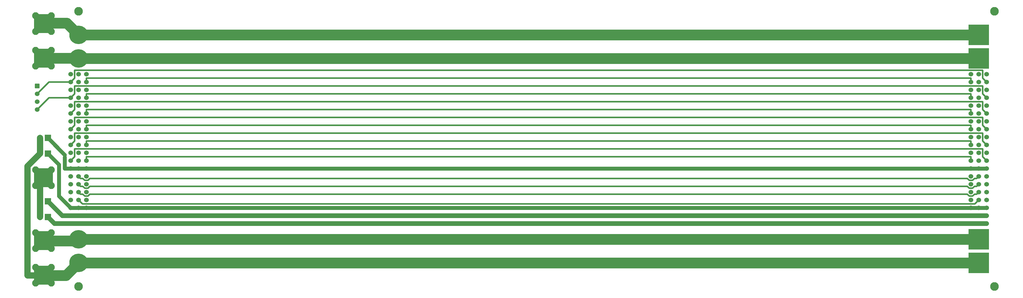
<source format=gbl>
G04 Layer_Physical_Order=4*
G04 Layer_Color=11436288*
%FSLAX43Y43*%
%MOMM*%
G71*
G01*
G75*
%ADD10C,2.000*%
%ADD11C,3.500*%
%ADD12C,1.250*%
%ADD13C,1.500*%
%ADD14C,0.500*%
%ADD15R,5.842X5.842*%
%ADD16R,6.096X6.096*%
%ADD17C,1.524*%
G04:AMPARAMS|DCode=18|XSize=1.524mm|YSize=1.524mm|CornerRadius=0.152mm|HoleSize=0mm|Usage=FLASHONLY|Rotation=270.000|XOffset=0mm|YOffset=0mm|HoleType=Round|Shape=RoundedRectangle|*
%AMROUNDEDRECTD18*
21,1,1.524,1.219,0,0,270.0*
21,1,1.219,1.524,0,0,270.0*
1,1,0.305,-0.610,-0.610*
1,1,0.305,-0.610,0.610*
1,1,0.305,0.610,0.610*
1,1,0.305,0.610,-0.610*
%
%ADD18ROUNDEDRECTD18*%
%ADD19C,2.000*%
%ADD20R,2.000X2.000*%
%ADD21C,2.800*%
%ADD22C,6.000*%
%ADD23R,6.604X6.604*%
%ADD24C,2.250*%
%ADD25R,5.588X5.842*%
D10*
X6477Y31496D02*
Y37973D01*
Y26416D02*
Y31496D01*
X2413Y7493D02*
X6985D01*
X2413D02*
Y42799D01*
X6477Y46863D01*
Y51943D01*
D11*
X18923Y11557D02*
X308356D01*
X8128Y7493D02*
X14859D01*
X18923Y11557D01*
Y19177D02*
X310896D01*
X18923Y77597D02*
X310515D01*
X18923Y85217D02*
X309626D01*
X15113Y89027D02*
X18923Y85217D01*
X9652Y18669D02*
X18415D01*
X10160Y89027D02*
X15113D01*
X9779Y77724D02*
X18796D01*
D12*
X9017Y51943D02*
X14478Y46482D01*
Y42037D02*
Y45720D01*
Y42037D02*
X16383D01*
X12573Y33147D02*
Y43307D01*
X9017Y46863D02*
X12573Y43307D01*
Y33147D02*
X16383Y29337D01*
X18923Y42037D02*
X21463D01*
X16383D02*
X18923D01*
Y29337D02*
X21463D01*
X16383D02*
X18923D01*
X21463D02*
X312547D01*
X21463Y42037D02*
X312543D01*
D13*
X16387Y26793D02*
X307467D01*
X13716Y26797D02*
X16383D01*
X9017Y31496D02*
X13716Y26797D01*
X11176Y24257D02*
X16383D01*
X9017Y26416D02*
X11176Y24257D01*
X307467Y26793D02*
X310007D01*
X16383Y24257D02*
X18923D01*
X21463D01*
X16383Y26797D02*
X16387Y26793D01*
X310007D02*
X312547D01*
X21463Y24257D02*
X312543D01*
D14*
X9398Y64897D02*
X16383D01*
X5588Y61087D02*
X9398Y64897D01*
Y69977D02*
X16383D01*
X5588Y66167D02*
X9398Y69977D01*
X21463Y45851D02*
X21467Y45847D01*
X21463Y44577D02*
Y45851D01*
X17653Y45847D02*
Y48387D01*
X16383Y44577D02*
X17653Y45847D01*
X305177Y50931D02*
X305181Y50927D01*
X21463Y50931D02*
X305177D01*
X21463Y49657D02*
Y50931D01*
X309475Y53467D02*
X309483Y53459D01*
X17653Y53467D02*
X309475D01*
X17653Y50927D02*
Y53467D01*
X16383Y49657D02*
X17653Y50927D01*
X21463Y54737D02*
Y56007D01*
X17653D02*
Y58547D01*
X16383Y54737D02*
X17653Y56007D01*
X21463Y59817D02*
Y61087D01*
X17653D02*
Y63627D01*
X16383Y59817D02*
X17653Y61087D01*
X304288Y66171D02*
X304292Y66167D01*
X21463Y66171D02*
X304288D01*
X21463Y64897D02*
Y66171D01*
X17653Y66167D02*
Y68707D01*
X16383Y64897D02*
X17653Y66167D01*
X304542Y71251D02*
X304546Y71247D01*
X21463Y71251D02*
X304542D01*
X21463Y69977D02*
Y71251D01*
X17653Y71247D02*
Y73787D01*
X16383Y69977D02*
X17653Y71247D01*
X21467Y45847D02*
X307467D01*
Y44573D02*
Y45847D01*
X17653Y48387D02*
X311277D01*
Y45843D02*
Y48387D01*
Y45843D02*
X312547Y44573D01*
X305181Y50927D02*
X307467D01*
Y49653D02*
Y50927D01*
X309483Y53459D02*
X311269D01*
X311277Y53467D01*
Y50923D02*
Y53467D01*
Y50923D02*
X312547Y49653D01*
X17653Y58547D02*
X311277D01*
Y56003D02*
Y58547D01*
Y56003D02*
X312547Y54733D01*
X21463Y56007D02*
X307467D01*
Y54733D02*
Y56007D01*
X21463Y61087D02*
X307467D01*
Y59813D02*
Y61087D01*
X17653Y63627D02*
X311277D01*
Y61083D02*
Y63627D01*
Y61083D02*
X312547Y59813D01*
X304292Y66167D02*
X307467D01*
Y64893D02*
Y66167D01*
X304546Y71247D02*
X307467D01*
Y69973D02*
Y71247D01*
X17653Y68707D02*
X311277D01*
Y66163D02*
Y68707D01*
Y66163D02*
X312547Y64893D01*
X17653Y73787D02*
X311277D01*
Y71243D02*
Y73787D01*
Y71243D02*
X312547Y69973D01*
X22618Y33782D02*
X306308D01*
X21987Y33151D02*
X22618Y33782D01*
X20939Y33151D02*
X21987D01*
X20308Y33782D02*
X20939Y33151D01*
X19558Y33782D02*
X20308D01*
X308626D02*
X309376D01*
X307991Y33147D02*
X308626Y33782D01*
X306943Y33147D02*
X307991D01*
X306308Y33782D02*
X306943Y33147D01*
X309376Y33782D02*
X310007Y34413D01*
X18923Y34417D02*
X19558Y33782D01*
X22618Y36322D02*
X306308D01*
X21987Y35691D02*
X22618Y36322D01*
X20939Y35691D02*
X21987D01*
X20308Y36322D02*
X20939Y35691D01*
X19558Y36322D02*
X20308D01*
X308626D02*
X309376D01*
X307991Y35687D02*
X308626Y36322D01*
X306943Y35687D02*
X307991D01*
X306308Y36322D02*
X306943Y35687D01*
X309376Y36322D02*
X310007Y36953D01*
X18923Y36957D02*
X19558Y36322D01*
X22618Y38862D02*
X306308D01*
X21987Y38231D02*
X22618Y38862D01*
X20939Y38231D02*
X21987D01*
X20308Y38862D02*
X20939Y38231D01*
X19558Y38862D02*
X20308D01*
X308626D02*
X309376D01*
X307991Y38227D02*
X308626Y38862D01*
X306943Y38227D02*
X307991D01*
X306308Y38862D02*
X306943Y38227D01*
X309376Y38862D02*
X310007Y39493D01*
X18923Y39497D02*
X19558Y38862D01*
X18923Y31877D02*
X20189Y30611D01*
X308741Y30607D02*
X310007Y31873D01*
X304419Y30607D02*
X308741D01*
X304415Y30611D02*
X304419Y30607D01*
X20189Y30611D02*
X304415D01*
D15*
X310007Y19177D02*
D03*
Y77597D02*
D03*
Y85217D02*
D03*
D16*
X7620Y88900D02*
D03*
Y39116D02*
D03*
Y7620D02*
D03*
Y77724D02*
D03*
Y18796D02*
D03*
D17*
X5588Y61087D02*
D03*
Y63627D02*
D03*
Y66167D02*
D03*
X16383Y24257D02*
D03*
X18923D02*
D03*
X21463D02*
D03*
X16383Y26797D02*
D03*
X18923D02*
D03*
X21463D02*
D03*
X16383Y29337D02*
D03*
X21463D02*
D03*
X18923D02*
D03*
X16383Y31877D02*
D03*
X18923D02*
D03*
X21463D02*
D03*
X16383Y34417D02*
D03*
X18923D02*
D03*
X21463D02*
D03*
Y47117D02*
D03*
X18923D02*
D03*
X16383D02*
D03*
X21463Y44577D02*
D03*
X18923D02*
D03*
X16383D02*
D03*
X18923Y42037D02*
D03*
X21463D02*
D03*
X16383D02*
D03*
X21463Y39497D02*
D03*
X18923D02*
D03*
X16383D02*
D03*
X21463Y36957D02*
D03*
X18923D02*
D03*
X16383D02*
D03*
Y62357D02*
D03*
X18923D02*
D03*
X21463D02*
D03*
X16383Y64897D02*
D03*
X18923D02*
D03*
X21463D02*
D03*
X16383Y67437D02*
D03*
X21463D02*
D03*
X18923D02*
D03*
X16383Y69977D02*
D03*
X18923D02*
D03*
X21463D02*
D03*
X16383Y72517D02*
D03*
X18923D02*
D03*
X21463D02*
D03*
Y59817D02*
D03*
X18923D02*
D03*
X16383D02*
D03*
X21463Y57277D02*
D03*
X18923D02*
D03*
X16383D02*
D03*
X18923Y54737D02*
D03*
X21463D02*
D03*
X16383D02*
D03*
X21463Y52197D02*
D03*
X18923D02*
D03*
X16383D02*
D03*
X21463Y49657D02*
D03*
X18923D02*
D03*
X16383D02*
D03*
X312547Y49653D02*
D03*
X310007D02*
D03*
X307467D02*
D03*
X312547Y52193D02*
D03*
X310007D02*
D03*
X307467D02*
D03*
X312547Y54733D02*
D03*
X310007D02*
D03*
X307467D02*
D03*
X312547Y57273D02*
D03*
X310007D02*
D03*
X307467D02*
D03*
X312547Y59813D02*
D03*
X310007D02*
D03*
X307467D02*
D03*
X312547Y62353D02*
D03*
X310007D02*
D03*
X307467D02*
D03*
X312547Y64893D02*
D03*
X310007D02*
D03*
X307467D02*
D03*
X312547Y67433D02*
D03*
X310007D02*
D03*
X307467D02*
D03*
X312547Y69973D02*
D03*
X310007D02*
D03*
X307467D02*
D03*
X312547Y72513D02*
D03*
X310007D02*
D03*
X307467D02*
D03*
X312547Y47113D02*
D03*
X310007D02*
D03*
X307467D02*
D03*
X312547Y44573D02*
D03*
X310007D02*
D03*
X307467D02*
D03*
X312547Y42033D02*
D03*
Y39493D02*
D03*
Y36953D02*
D03*
Y34413D02*
D03*
Y31873D02*
D03*
Y29333D02*
D03*
Y26793D02*
D03*
Y24253D02*
D03*
X307467D02*
D03*
Y26793D02*
D03*
X310007D02*
D03*
Y24253D02*
D03*
Y29333D02*
D03*
X307467D02*
D03*
X310007Y31873D02*
D03*
X307467D02*
D03*
X310007Y34413D02*
D03*
X307467D02*
D03*
X310007Y36953D02*
D03*
X307467D02*
D03*
Y39493D02*
D03*
X310007Y42033D02*
D03*
Y39493D02*
D03*
X307467Y42033D02*
D03*
Y16633D02*
D03*
Y9013D02*
D03*
X312547Y75053D02*
D03*
Y80133D02*
D03*
X307467Y75053D02*
D03*
X312547Y82673D02*
D03*
Y87753D02*
D03*
X307467Y82673D02*
D03*
X312547Y21713D02*
D03*
Y16633D02*
D03*
Y14093D02*
D03*
Y9013D02*
D03*
D18*
X5588Y68707D02*
D03*
D19*
X6477Y31496D02*
D03*
Y26416D02*
D03*
Y46863D02*
D03*
Y51943D02*
D03*
D20*
X9017Y31496D02*
D03*
Y26416D02*
D03*
Y46863D02*
D03*
Y51943D02*
D03*
D21*
X18923Y92837D02*
D03*
Y3937D02*
D03*
X315087Y3933D02*
D03*
Y92833D02*
D03*
D22*
X18923Y11557D02*
D03*
Y85217D02*
D03*
Y77597D02*
D03*
Y19177D02*
D03*
D23*
X310007Y77593D02*
D03*
Y85213D02*
D03*
Y19173D02*
D03*
Y11553D02*
D03*
D24*
X5080Y16256D02*
D03*
Y21336D02*
D03*
X10160Y16256D02*
D03*
Y21336D02*
D03*
X5080Y5080D02*
D03*
Y10160D02*
D03*
X10160Y5080D02*
D03*
Y10160D02*
D03*
X5080Y86360D02*
D03*
Y91440D02*
D03*
X10160Y86360D02*
D03*
Y91440D02*
D03*
X5080Y75184D02*
D03*
Y80264D02*
D03*
X10160Y75184D02*
D03*
Y80264D02*
D03*
Y36576D02*
D03*
X5080D02*
D03*
X10160Y41656D02*
D03*
X5080D02*
D03*
D25*
X310134Y11557D02*
D03*
M02*

</source>
